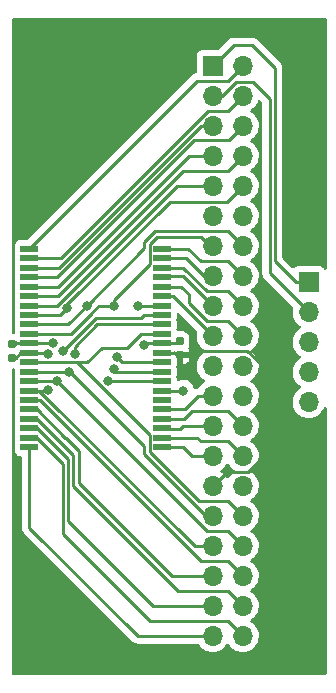
<source format=gbr>
%TF.GenerationSoftware,KiCad,Pcbnew,(6.0.7)*%
%TF.CreationDate,2023-01-29T20:04:43+00:00*%
%TF.ProjectId,DE0_Addon_Board,4445305f-4164-4646-9f6e-5f426f617264,0*%
%TF.SameCoordinates,Original*%
%TF.FileFunction,Copper,L1,Top*%
%TF.FilePolarity,Positive*%
%FSLAX46Y46*%
G04 Gerber Fmt 4.6, Leading zero omitted, Abs format (unit mm)*
G04 Created by KiCad (PCBNEW (6.0.7)) date 2023-01-29 20:04:43*
%MOMM*%
%LPD*%
G01*
G04 APERTURE LIST*
G04 Aperture macros list*
%AMRoundRect*
0 Rectangle with rounded corners*
0 $1 Rounding radius*
0 $2 $3 $4 $5 $6 $7 $8 $9 X,Y pos of 4 corners*
0 Add a 4 corners polygon primitive as box body*
4,1,4,$2,$3,$4,$5,$6,$7,$8,$9,$2,$3,0*
0 Add four circle primitives for the rounded corners*
1,1,$1+$1,$2,$3*
1,1,$1+$1,$4,$5*
1,1,$1+$1,$6,$7*
1,1,$1+$1,$8,$9*
0 Add four rect primitives between the rounded corners*
20,1,$1+$1,$2,$3,$4,$5,0*
20,1,$1+$1,$4,$5,$6,$7,0*
20,1,$1+$1,$6,$7,$8,$9,0*
20,1,$1+$1,$8,$9,$2,$3,0*%
G04 Aperture macros list end*
%TA.AperFunction,ComponentPad*%
%ADD10R,1.700000X1.700000*%
%TD*%
%TA.AperFunction,ComponentPad*%
%ADD11O,1.700000X1.700000*%
%TD*%
%TA.AperFunction,SMDPad,CuDef*%
%ADD12RoundRect,0.155000X-0.155000X0.212500X-0.155000X-0.212500X0.155000X-0.212500X0.155000X0.212500X0*%
%TD*%
%TA.AperFunction,SMDPad,CuDef*%
%ADD13RoundRect,0.038500X-0.686500X-0.236500X0.686500X-0.236500X0.686500X0.236500X-0.686500X0.236500X0*%
%TD*%
%TA.AperFunction,ViaPad*%
%ADD14C,0.800000*%
%TD*%
%TA.AperFunction,Conductor*%
%ADD15C,0.250000*%
%TD*%
G04 APERTURE END LIST*
D10*
%TO.P,J2,1,Pin_1*%
%TO.N,P1*%
X63500000Y-44704000D03*
D11*
%TO.P,J2,2,Pin_2*%
%TO.N,P3*%
X63500000Y-47244000D03*
%TO.P,J2,3,Pin_3*%
%TO.N,P21*%
X63500000Y-49784000D03*
%TO.P,J2,4,Pin_4*%
%TO.N,P22*%
X63500000Y-52324000D03*
%TO.P,J2,5,Pin_5*%
%TO.N,P24*%
X63500000Y-54864000D03*
%TD*%
D12*
%TO.P,C2,1*%
%TO.N,+3.3V*%
X38354000Y-49978500D03*
%TO.P,C2,2*%
%TO.N,GNDREF*%
X38354000Y-51113500D03*
%TD*%
D13*
%TO.P,U1,1,A0*%
%TO.N,A0*%
X39851000Y-41892000D03*
%TO.P,U1,2,A1*%
%TO.N,A1*%
X39851000Y-42692000D03*
%TO.P,U1,3,A2*%
%TO.N,A2*%
X39851000Y-43492000D03*
%TO.P,U1,4,A3*%
%TO.N,A3*%
X39851000Y-44292000D03*
%TO.P,U1,5,A4*%
%TO.N,A4*%
X39851000Y-45092000D03*
%TO.P,U1,6,~{CE}*%
%TO.N,CE_n*%
X39851000Y-45892000D03*
%TO.P,U1,7,I/O0*%
%TO.N,D0*%
X39851000Y-46692000D03*
%TO.P,U1,8,I/O1*%
%TO.N,D1*%
X39851000Y-47492000D03*
%TO.P,U1,9,I/O2*%
%TO.N,D10*%
X39851000Y-48292000D03*
%TO.P,U1,10,I/O3*%
%TO.N,D11*%
X39851000Y-49092000D03*
%TO.P,U1,11,VDD*%
%TO.N,+3.3V*%
X39851000Y-49892000D03*
%TO.P,U1,12,GND*%
%TO.N,GNDREF*%
X39851000Y-50692000D03*
%TO.P,U1,13,I/O4*%
%TO.N,D12*%
X39851000Y-51492000D03*
%TO.P,U1,14,I/O5*%
%TO.N,D13*%
X39851000Y-52292000D03*
%TO.P,U1,15,I/O6*%
%TO.N,D14*%
X39851000Y-53092000D03*
%TO.P,U1,16,I/O7*%
%TO.N,D15*%
X39851000Y-53892000D03*
%TO.P,U1,17,~{WE}*%
%TO.N,WE_n*%
X39851000Y-54692000D03*
%TO.P,U1,18,A5*%
%TO.N,A5*%
X39851000Y-55492000D03*
%TO.P,U1,19,A6*%
%TO.N,A6*%
X39851000Y-56292000D03*
%TO.P,U1,20,A7*%
%TO.N,A7*%
X39851000Y-57092000D03*
%TO.P,U1,21,A8*%
%TO.N,A8*%
X39851000Y-57892000D03*
%TO.P,U1,22,A9*%
%TO.N,A9*%
X39851000Y-58692000D03*
%TO.P,U1,23,A10*%
%TO.N,A10*%
X51081000Y-58692000D03*
%TO.P,U1,24,A11*%
%TO.N,A11*%
X51081000Y-57892000D03*
%TO.P,U1,25,A12*%
%TO.N,A12*%
X51081000Y-57092000D03*
%TO.P,U1,26,A13*%
%TO.N,A13*%
X51081000Y-56292000D03*
%TO.P,U1,27,A14*%
%TO.N,A14*%
X51081000Y-55492000D03*
%TO.P,U1,28,NC*%
%TO.N,unconnected-(U1-Pad28)*%
X51081000Y-54692000D03*
%TO.P,U1,29,I/08*%
%TO.N,D0*%
X51081000Y-53892000D03*
%TO.P,U1,30,I/09*%
%TO.N,D1*%
X51081000Y-53092000D03*
%TO.P,U1,31,I/10*%
%TO.N,D10*%
X51081000Y-52292000D03*
%TO.P,U1,32,I/11*%
%TO.N,D11*%
X51081000Y-51492000D03*
%TO.P,U1,33,VDD*%
%TO.N,+3.3V*%
X51081000Y-50692000D03*
%TO.P,U1,34,GND*%
%TO.N,GNDREF*%
X51081000Y-49892000D03*
%TO.P,U1,35,I/12*%
%TO.N,D12*%
X51081000Y-49092000D03*
%TO.P,U1,36,I/13*%
%TO.N,D13*%
X51081000Y-48292000D03*
%TO.P,U1,37,I/14*%
%TO.N,D14*%
X51081000Y-47492000D03*
%TO.P,U1,38,I/15*%
%TO.N,D15*%
X51081000Y-46692000D03*
%TO.P,U1,39,~{LB}*%
%TO.N,LB_n*%
X51081000Y-45892000D03*
%TO.P,U1,40,~{UB}*%
%TO.N,UB_n*%
X51081000Y-45092000D03*
%TO.P,U1,41,~{OE}*%
%TO.N,OE_n*%
X51081000Y-44292000D03*
%TO.P,U1,42,A15*%
%TO.N,A15*%
X51081000Y-43492000D03*
%TO.P,U1,43,A16*%
%TO.N,A16*%
X51081000Y-42692000D03*
%TO.P,U1,44,A17*%
%TO.N,A17*%
X51081000Y-41892000D03*
%TD*%
D12*
%TO.P,C1,1*%
%TO.N,GNDREF*%
X52578000Y-49722259D03*
%TO.P,C1,2*%
%TO.N,+3.3V*%
X52578000Y-50857259D03*
%TD*%
D10*
%TO.P,J1,1,Pin_1*%
%TO.N,P1*%
X55372000Y-26416000D03*
D11*
%TO.P,J1,2,Pin_2*%
%TO.N,A0*%
X57912000Y-26416000D03*
%TO.P,J1,3,Pin_3*%
%TO.N,P3*%
X55372000Y-28956000D03*
%TO.P,J1,4,Pin_4*%
%TO.N,A1*%
X57912000Y-28956000D03*
%TO.P,J1,5,Pin_5*%
%TO.N,A2*%
X55372000Y-31496000D03*
%TO.P,J1,6,Pin_6*%
%TO.N,A3*%
X57912000Y-31496000D03*
%TO.P,J1,7,Pin_7*%
%TO.N,A4*%
X55372000Y-34036000D03*
%TO.P,J1,8,Pin_8*%
%TO.N,CE_n*%
X57912000Y-34036000D03*
%TO.P,J1,9,Pin_9*%
%TO.N,D0*%
X55372000Y-36576000D03*
%TO.P,J1,10,Pin_10*%
%TO.N,D1*%
X57912000Y-36576000D03*
%TO.P,J1,11,Pin_11*%
%TO.N,unconnected-(J1-Pad11)*%
X55372000Y-39116000D03*
%TO.P,J1,12,Pin_12*%
%TO.N,GNDREF*%
X57912000Y-39116000D03*
%TO.P,J1,13,Pin_13*%
%TO.N,D11*%
X55372000Y-41656000D03*
%TO.P,J1,14,Pin_14*%
%TO.N,D10*%
X57912000Y-41656000D03*
%TO.P,J1,15,Pin_15*%
%TO.N,A16*%
X55372000Y-44196000D03*
%TO.P,J1,16,Pin_16*%
%TO.N,A17*%
X57912000Y-44196000D03*
%TO.P,J1,17,Pin_17*%
%TO.N,OE_n*%
X55372000Y-46736000D03*
%TO.P,J1,18,Pin_18*%
%TO.N,A15*%
X57912000Y-46736000D03*
%TO.P,J1,19,Pin_19*%
%TO.N,LB_n*%
X55372000Y-49276000D03*
%TO.P,J1,20,Pin_20*%
%TO.N,UB_n*%
X57912000Y-49276000D03*
%TO.P,J1,21,Pin_21*%
%TO.N,P21*%
X55372000Y-51816000D03*
%TO.P,J1,22,Pin_22*%
%TO.N,P22*%
X57912000Y-51816000D03*
%TO.P,J1,23,Pin_23*%
%TO.N,A14*%
X55372000Y-54356000D03*
%TO.P,J1,24,Pin_24*%
%TO.N,P24*%
X57912000Y-54356000D03*
%TO.P,J1,25,Pin_25*%
%TO.N,A12*%
X55372000Y-56896000D03*
%TO.P,J1,26,Pin_26*%
%TO.N,A13*%
X57912000Y-56896000D03*
%TO.P,J1,27,Pin_27*%
%TO.N,A10*%
X55372000Y-59436000D03*
%TO.P,J1,28,Pin_28*%
%TO.N,A11*%
X57912000Y-59436000D03*
%TO.P,J1,29,Pin_29*%
%TO.N,+3.3V*%
X55372000Y-61976000D03*
%TO.P,J1,30,Pin_30*%
%TO.N,GNDREF*%
X57912000Y-61976000D03*
%TO.P,J1,31,Pin_31*%
%TO.N,D13*%
X55372000Y-64516000D03*
%TO.P,J1,32,Pin_32*%
%TO.N,D12*%
X57912000Y-64516000D03*
%TO.P,J1,33,Pin_33*%
%TO.N,D15*%
X55372000Y-67056000D03*
%TO.P,J1,34,Pin_34*%
%TO.N,D14*%
X57912000Y-67056000D03*
%TO.P,J1,35,Pin_35*%
%TO.N,A5*%
X55372000Y-69596000D03*
%TO.P,J1,36,Pin_36*%
%TO.N,WE_n*%
X57912000Y-69596000D03*
%TO.P,J1,37,Pin_37*%
%TO.N,A7*%
X55372000Y-72136000D03*
%TO.P,J1,38,Pin_38*%
%TO.N,A6*%
X57912000Y-72136000D03*
%TO.P,J1,39,Pin_39*%
%TO.N,A9*%
X55372000Y-74676000D03*
%TO.P,J1,40,Pin_40*%
%TO.N,A8*%
X57912000Y-74676000D03*
%TD*%
D14*
%TO.N,+3.3V*%
X39624000Y-38862000D03*
%TO.N,GNDREF*%
X41402000Y-50767500D03*
X49530000Y-50038000D03*
%TO.N,D0*%
X52879208Y-53890529D03*
%TO.N,D1*%
X46482000Y-53086000D03*
X43059714Y-46864885D03*
%TO.N,D10*%
X44699915Y-46731486D03*
X46990000Y-52070000D03*
%TO.N,+3.3V*%
X41836783Y-49857217D03*
X53848000Y-50546000D03*
%TO.N,D11*%
X46990000Y-46736000D03*
X47244000Y-51054000D03*
%TO.N,D13*%
X43685359Y-50767500D03*
X43180000Y-52324000D03*
%TO.N,D14*%
X42672000Y-50546000D03*
X42164000Y-53086000D03*
%TO.N,D15*%
X41402000Y-53848000D03*
X49022000Y-46736000D03*
%TD*%
D15*
%TO.N,P1*%
X57150000Y-24638000D02*
X55372000Y-26416000D01*
X58674000Y-24638000D02*
X57150000Y-24638000D01*
X60648000Y-42952000D02*
X60648000Y-26612000D01*
X62400000Y-44704000D02*
X60648000Y-42952000D01*
X60648000Y-26612000D02*
X58674000Y-24638000D01*
X63500000Y-44704000D02*
X62400000Y-44704000D01*
%TO.N,P3*%
X60198000Y-43942000D02*
X63500000Y-47244000D01*
X60198000Y-29210000D02*
X60198000Y-43942000D01*
X58769000Y-27781000D02*
X60198000Y-29210000D01*
X57309000Y-27781000D02*
X58769000Y-27781000D01*
X56134000Y-28956000D02*
X57309000Y-27781000D01*
X55372000Y-28956000D02*
X56134000Y-28956000D01*
%TO.N,A0*%
X56668778Y-27659222D02*
X57912000Y-26416000D01*
%TO.N,LB_n*%
X51988000Y-45892000D02*
X51081000Y-45892000D01*
X55372000Y-49276000D02*
X51988000Y-45892000D01*
%TO.N,UB_n*%
X56637722Y-48001722D02*
X54859722Y-48001722D01*
X53340000Y-45720000D02*
X52712000Y-45092000D01*
X54859722Y-48001722D02*
X53340000Y-46482000D01*
X52712000Y-45092000D02*
X51081000Y-45092000D01*
X53340000Y-46482000D02*
X53340000Y-45720000D01*
X57912000Y-49276000D02*
X56637722Y-48001722D01*
%TO.N,A17*%
X56642000Y-42926000D02*
X57912000Y-44196000D01*
X53322000Y-41892000D02*
X54356000Y-42926000D01*
X51081000Y-41892000D02*
X53322000Y-41892000D01*
X54356000Y-42926000D02*
X56642000Y-42926000D01*
%TO.N,A16*%
X55372000Y-44196000D02*
X54610000Y-44196000D01*
X51101000Y-42672000D02*
X51081000Y-42692000D01*
X53086000Y-42672000D02*
X51101000Y-42672000D01*
X54610000Y-44196000D02*
X53086000Y-42672000D01*
%TO.N,A15*%
X54864000Y-45466000D02*
X56642000Y-45466000D01*
X51081000Y-43492000D02*
X52890000Y-43492000D01*
X56642000Y-45466000D02*
X57912000Y-46736000D01*
X52890000Y-43492000D02*
X54864000Y-45466000D01*
%TO.N,GNDREF*%
X51081000Y-49892000D02*
X52408259Y-49892000D01*
X49676000Y-49892000D02*
X49530000Y-50038000D01*
X41326500Y-50692000D02*
X39851000Y-50692000D01*
X39851000Y-50692000D02*
X39100500Y-50692000D01*
X51081000Y-49892000D02*
X49676000Y-49892000D01*
X38679000Y-51113500D02*
X38354000Y-51113500D01*
X39100500Y-50692000D02*
X38679000Y-51113500D01*
X41402000Y-50767500D02*
X41326500Y-50692000D01*
%TO.N,WE_n*%
X40722000Y-54692000D02*
X39851000Y-54692000D01*
X57912000Y-69596000D02*
X56642000Y-68326000D01*
X56642000Y-68326000D02*
X54356000Y-68326000D01*
X54356000Y-68326000D02*
X40722000Y-54692000D01*
%TO.N,A8*%
X56642000Y-73406000D02*
X57912000Y-74676000D01*
X40488067Y-57892000D02*
X42672000Y-60075933D01*
X42672000Y-60075933D02*
X42672000Y-66040000D01*
X50038000Y-73406000D02*
X56642000Y-73406000D01*
X39851000Y-57892000D02*
X40488067Y-57892000D01*
X42672000Y-66040000D02*
X50038000Y-73406000D01*
%TO.N,A9*%
X49022000Y-74676000D02*
X55372000Y-74676000D01*
X39851000Y-58692000D02*
X39851000Y-65505000D01*
X39851000Y-65505000D02*
X49022000Y-74676000D01*
%TO.N,A6*%
X39851000Y-56292000D02*
X40488067Y-56292000D01*
X43572000Y-61976000D02*
X52462000Y-70866000D01*
X40488067Y-56292000D02*
X43572000Y-59375933D01*
X56642000Y-70866000D02*
X57912000Y-72136000D01*
X52462000Y-70866000D02*
X56642000Y-70866000D01*
X43572000Y-59375933D02*
X43572000Y-61976000D01*
%TO.N,A11*%
X57912000Y-59436000D02*
X56642000Y-58166000D01*
X56642000Y-58166000D02*
X54356000Y-58166000D01*
X54082000Y-57892000D02*
X51081000Y-57892000D01*
X54356000Y-58166000D02*
X54082000Y-57892000D01*
%TO.N,A10*%
X55372000Y-59436000D02*
X53594000Y-59436000D01*
X53594000Y-59436000D02*
X52850000Y-58692000D01*
X52850000Y-58692000D02*
X51081000Y-58692000D01*
%TO.N,OE_n*%
X52832000Y-44196000D02*
X51177000Y-44196000D01*
X55372000Y-46736000D02*
X52832000Y-44196000D01*
X51177000Y-44196000D02*
X51081000Y-44292000D01*
%TO.N,A7*%
X43122000Y-59725933D02*
X43122000Y-64966000D01*
X40488067Y-57092000D02*
X43122000Y-59725933D01*
X50292000Y-72136000D02*
X55372000Y-72136000D01*
X39851000Y-57092000D02*
X40488067Y-57092000D01*
X43122000Y-64966000D02*
X50292000Y-72136000D01*
%TO.N,CE_n*%
X42246000Y-45892000D02*
X52832000Y-35306000D01*
X52832000Y-35306000D02*
X56642000Y-35306000D01*
X56642000Y-35306000D02*
X57912000Y-34036000D01*
X39851000Y-45892000D02*
X42246000Y-45892000D01*
%TO.N,A12*%
X51139000Y-57150000D02*
X51081000Y-57092000D01*
X55372000Y-56896000D02*
X52832000Y-56896000D01*
X52832000Y-56896000D02*
X52578000Y-57150000D01*
X52578000Y-57150000D02*
X51139000Y-57150000D01*
%TO.N,A13*%
X52928000Y-56292000D02*
X51081000Y-56292000D01*
X53594000Y-55626000D02*
X52928000Y-56292000D01*
X56642000Y-55626000D02*
X53594000Y-55626000D01*
X57912000Y-56896000D02*
X56642000Y-55626000D01*
%TO.N,D0*%
X51081000Y-53892000D02*
X52877737Y-53892000D01*
X39851000Y-46692000D02*
X42208000Y-46692000D01*
X52877737Y-53892000D02*
X52879208Y-53890529D01*
X52324000Y-36576000D02*
X55372000Y-36576000D01*
X42208000Y-46692000D02*
X52324000Y-36576000D01*
%TO.N,A14*%
X51081000Y-55492000D02*
X51122975Y-55450025D01*
X53007975Y-55450025D02*
X54102000Y-54356000D01*
X51122975Y-55450025D02*
X53007975Y-55450025D01*
X54102000Y-54356000D02*
X55372000Y-54356000D01*
%TO.N,D1*%
X39851000Y-47492000D02*
X42432599Y-47492000D01*
X43059714Y-46864885D02*
X43059714Y-46602286D01*
X46488000Y-53092000D02*
X51081000Y-53092000D01*
X46482000Y-53086000D02*
X46488000Y-53092000D01*
X56576406Y-37911594D02*
X57912000Y-36576000D01*
X43059714Y-46602286D02*
X51750406Y-37911594D01*
X42432599Y-47492000D02*
X43059714Y-46864885D01*
X51750406Y-37911594D02*
X56576406Y-37911594D01*
%TO.N,A0*%
X39851000Y-41892000D02*
X54083778Y-27659222D01*
X54083778Y-27659222D02*
X56668778Y-27659222D01*
%TO.N,D10*%
X44699915Y-46731486D02*
X44708514Y-46731486D01*
X43139401Y-48292000D02*
X39851000Y-48292000D01*
X44708514Y-46731486D02*
X49581000Y-41859000D01*
X49581000Y-41859000D02*
X49581000Y-41318537D01*
X50513537Y-40386000D02*
X56642000Y-40386000D01*
X56642000Y-40386000D02*
X57912000Y-41656000D01*
X44699915Y-46731486D02*
X43139401Y-48292000D01*
X46990000Y-52070000D02*
X47212000Y-52292000D01*
X47212000Y-52292000D02*
X51081000Y-52292000D01*
X49581000Y-41318537D02*
X50513537Y-40386000D01*
%TO.N,+3.3V*%
X39851000Y-49892000D02*
X41802000Y-49892000D01*
X39851000Y-49892000D02*
X38440500Y-49892000D01*
X52412741Y-50692000D02*
X52578000Y-50857259D01*
X53848000Y-50546000D02*
X53594000Y-50800000D01*
X59436000Y-59690000D02*
X58325000Y-60801000D01*
X51081000Y-50692000D02*
X52412741Y-50692000D01*
X58303701Y-50546000D02*
X59436000Y-51678299D01*
X56547000Y-60801000D02*
X55372000Y-61976000D01*
X38440500Y-49892000D02*
X38354000Y-49978500D01*
X41802000Y-49892000D02*
X41836783Y-49857217D01*
X52635259Y-50800000D02*
X52578000Y-50857259D01*
X53594000Y-50800000D02*
X52635259Y-50800000D01*
X59436000Y-51678299D02*
X59436000Y-59690000D01*
X53848000Y-50546000D02*
X58303701Y-50546000D01*
X58325000Y-60801000D02*
X56547000Y-60801000D01*
%TO.N,A1*%
X39851000Y-42692000D02*
X42514299Y-42692000D01*
X42514299Y-42692000D02*
X54980299Y-30226000D01*
X54980299Y-30226000D02*
X56642000Y-30226000D01*
X56642000Y-30226000D02*
X57912000Y-28956000D01*
%TO.N,D11*%
X50031000Y-41504933D02*
X50641933Y-40894000D01*
X50641933Y-40894000D02*
X54356000Y-40894000D01*
X46990000Y-46736000D02*
X45720000Y-46736000D01*
X46990000Y-46228000D02*
X50031000Y-43187000D01*
X47682000Y-51492000D02*
X51081000Y-51492000D01*
X47244000Y-51054000D02*
X47682000Y-51492000D01*
X44750305Y-47715000D02*
X44741000Y-47715000D01*
X45175000Y-47281000D02*
X45175000Y-47290305D01*
X50031000Y-43187000D02*
X50031000Y-41504933D01*
X45175000Y-47290305D02*
X44750305Y-47715000D01*
X54356000Y-40894000D02*
X55118000Y-41656000D01*
X43364000Y-49092000D02*
X39851000Y-49092000D01*
X55118000Y-41656000D02*
X55372000Y-41656000D01*
X44741000Y-47715000D02*
X43364000Y-49092000D01*
X45720000Y-46736000D02*
X45175000Y-47281000D01*
X46990000Y-46736000D02*
X46990000Y-46228000D01*
%TO.N,A2*%
X42360000Y-43492000D02*
X54356000Y-31496000D01*
X54356000Y-31496000D02*
X55372000Y-31496000D01*
X39851000Y-43492000D02*
X42360000Y-43492000D01*
%TO.N,D12*%
X50031000Y-57660305D02*
X50031000Y-59079067D01*
X54197933Y-63246000D02*
X56642000Y-63246000D01*
X43110000Y-51492000D02*
X43862695Y-51492000D01*
X50031000Y-59079067D02*
X54197933Y-63246000D01*
X56642000Y-63246000D02*
X57912000Y-64516000D01*
X51081000Y-49092000D02*
X49346000Y-49092000D01*
X39851000Y-51492000D02*
X43110000Y-51492000D01*
X49346000Y-49092000D02*
X48146000Y-50292000D01*
X45974000Y-50292000D02*
X44774000Y-51492000D01*
X48146000Y-50292000D02*
X45974000Y-50292000D01*
X43862695Y-51492000D02*
X50031000Y-57660305D01*
X44774000Y-51492000D02*
X43110000Y-51492000D01*
%TO.N,A3*%
X53817396Y-32671000D02*
X56737000Y-32671000D01*
X56737000Y-32671000D02*
X57912000Y-31496000D01*
X39851000Y-44292000D02*
X42196396Y-44292000D01*
X42196396Y-44292000D02*
X53817396Y-32671000D01*
%TO.N,D13*%
X54831537Y-64516000D02*
X55372000Y-64516000D01*
X49581000Y-59265463D02*
X54831537Y-64516000D01*
X43273604Y-52292000D02*
X49581000Y-58599396D01*
X39851000Y-52292000D02*
X43273604Y-52292000D01*
X45562396Y-48292000D02*
X51081000Y-48292000D01*
X43685359Y-50169037D02*
X45562396Y-48292000D01*
X49581000Y-58599396D02*
X49581000Y-59265463D01*
X43685359Y-50767500D02*
X43685359Y-50169037D01*
%TO.N,A4*%
X42284000Y-45092000D02*
X53340000Y-34036000D01*
X39851000Y-45092000D02*
X42284000Y-45092000D01*
X53340000Y-34036000D02*
X55372000Y-34036000D01*
%TO.N,D14*%
X49276000Y-47752000D02*
X49536000Y-47492000D01*
X57912000Y-67056000D02*
X56642000Y-65786000D01*
X49536000Y-47492000D02*
X51081000Y-47492000D01*
X39857000Y-53086000D02*
X39851000Y-53092000D01*
X42672000Y-50546000D02*
X45466000Y-47752000D01*
X56642000Y-65786000D02*
X54864000Y-65786000D01*
X42164000Y-53086000D02*
X39857000Y-53086000D01*
X54864000Y-65786000D02*
X42164000Y-53086000D01*
X45466000Y-47752000D02*
X49276000Y-47752000D01*
%TO.N,A5*%
X42908067Y-57912000D02*
X42926000Y-57912000D01*
X44022000Y-59008000D02*
X44022000Y-61722000D01*
X39851000Y-55492000D02*
X40488067Y-55492000D01*
X40488067Y-55492000D02*
X42908067Y-57912000D01*
X51896000Y-69596000D02*
X55372000Y-69596000D01*
X42926000Y-57912000D02*
X44022000Y-59008000D01*
X44022000Y-61722000D02*
X51896000Y-69596000D01*
%TO.N,D15*%
X39851000Y-53892000D02*
X40684000Y-53892000D01*
X41358000Y-53892000D02*
X41402000Y-53848000D01*
X40684000Y-53892000D02*
X41358000Y-53892000D01*
X40684000Y-53892000D02*
X53848000Y-67056000D01*
X50443933Y-46692000D02*
X51081000Y-46692000D01*
X53848000Y-67056000D02*
X55372000Y-67056000D01*
X50399933Y-46736000D02*
X50443933Y-46692000D01*
X49022000Y-46736000D02*
X50399933Y-46736000D01*
%TD*%
%TA.AperFunction,Conductor*%
%TO.N,+3.3V*%
G36*
X59378651Y-29297213D02*
G01*
X59414333Y-29322237D01*
X59527595Y-29435499D01*
X59561621Y-29497811D01*
X59564500Y-29524594D01*
X59564500Y-43863233D01*
X59563973Y-43874416D01*
X59562298Y-43881909D01*
X59562547Y-43889835D01*
X59562547Y-43889836D01*
X59564438Y-43949986D01*
X59564500Y-43953945D01*
X59564500Y-43981856D01*
X59564997Y-43985790D01*
X59564997Y-43985791D01*
X59565005Y-43985856D01*
X59565938Y-43997693D01*
X59567327Y-44041889D01*
X59572978Y-44061339D01*
X59576987Y-44080700D01*
X59579526Y-44100797D01*
X59582445Y-44108168D01*
X59582445Y-44108170D01*
X59595804Y-44141912D01*
X59599649Y-44153142D01*
X59611982Y-44195593D01*
X59616015Y-44202412D01*
X59616017Y-44202417D01*
X59622293Y-44213028D01*
X59630988Y-44230776D01*
X59638448Y-44249617D01*
X59643110Y-44256033D01*
X59643110Y-44256034D01*
X59664436Y-44285387D01*
X59670952Y-44295307D01*
X59693458Y-44333362D01*
X59707779Y-44347683D01*
X59720619Y-44362716D01*
X59732528Y-44379107D01*
X59738634Y-44384158D01*
X59766605Y-44407298D01*
X59775384Y-44415288D01*
X62149778Y-46789682D01*
X62183804Y-46851994D01*
X62182100Y-46912448D01*
X62160989Y-46988570D01*
X62160441Y-46993700D01*
X62160440Y-46993704D01*
X62153250Y-47060989D01*
X62137251Y-47210695D01*
X62137548Y-47215848D01*
X62137548Y-47215851D01*
X62143011Y-47310590D01*
X62150110Y-47433715D01*
X62151247Y-47438761D01*
X62151248Y-47438767D01*
X62172275Y-47532069D01*
X62199222Y-47651639D01*
X62283266Y-47858616D01*
X62285965Y-47863020D01*
X62373077Y-48005174D01*
X62399987Y-48049088D01*
X62546250Y-48217938D01*
X62718126Y-48360632D01*
X62788595Y-48401811D01*
X62791445Y-48403476D01*
X62840169Y-48455114D01*
X62853240Y-48524897D01*
X62826509Y-48590669D01*
X62786055Y-48624027D01*
X62773607Y-48630507D01*
X62769474Y-48633610D01*
X62769471Y-48633612D01*
X62633905Y-48735398D01*
X62594965Y-48764635D01*
X62440629Y-48926138D01*
X62314743Y-49110680D01*
X62300857Y-49140595D01*
X62251071Y-49247851D01*
X62220688Y-49313305D01*
X62160989Y-49528570D01*
X62137251Y-49750695D01*
X62137548Y-49755848D01*
X62137548Y-49755851D01*
X62145785Y-49898706D01*
X62150110Y-49973715D01*
X62151247Y-49978761D01*
X62151248Y-49978767D01*
X62174308Y-50081088D01*
X62199222Y-50191639D01*
X62283266Y-50398616D01*
X62285965Y-50403020D01*
X62394314Y-50579830D01*
X62399987Y-50589088D01*
X62546250Y-50757938D01*
X62718126Y-50900632D01*
X62760683Y-50925500D01*
X62791445Y-50943476D01*
X62840169Y-50995114D01*
X62853240Y-51064897D01*
X62826509Y-51130669D01*
X62786055Y-51164027D01*
X62773607Y-51170507D01*
X62769474Y-51173610D01*
X62769471Y-51173612D01*
X62599100Y-51301530D01*
X62594965Y-51304635D01*
X62440629Y-51466138D01*
X62314743Y-51650680D01*
X62287014Y-51710417D01*
X62251071Y-51787851D01*
X62220688Y-51853305D01*
X62160989Y-52068570D01*
X62137251Y-52290695D01*
X62137548Y-52295848D01*
X62137548Y-52295851D01*
X62146322Y-52448017D01*
X62150110Y-52513715D01*
X62151247Y-52518761D01*
X62151248Y-52518767D01*
X62174308Y-52621088D01*
X62199222Y-52731639D01*
X62283266Y-52938616D01*
X62310710Y-52983401D01*
X62380156Y-53096726D01*
X62399987Y-53129088D01*
X62546250Y-53297938D01*
X62718126Y-53440632D01*
X62752963Y-53460989D01*
X62791445Y-53483476D01*
X62840169Y-53535114D01*
X62853240Y-53604897D01*
X62826509Y-53670669D01*
X62786055Y-53704027D01*
X62773607Y-53710507D01*
X62769474Y-53713610D01*
X62769471Y-53713612D01*
X62599100Y-53841530D01*
X62594965Y-53844635D01*
X62440629Y-54006138D01*
X62314743Y-54190680D01*
X62220688Y-54393305D01*
X62160989Y-54608570D01*
X62137251Y-54830695D01*
X62137548Y-54835848D01*
X62137548Y-54835851D01*
X62138529Y-54852857D01*
X62150110Y-55053715D01*
X62151247Y-55058761D01*
X62151248Y-55058767D01*
X62158738Y-55092000D01*
X62199222Y-55271639D01*
X62283266Y-55478616D01*
X62285965Y-55483020D01*
X62373077Y-55625174D01*
X62399987Y-55669088D01*
X62546250Y-55837938D01*
X62718126Y-55980632D01*
X62911000Y-56093338D01*
X63119692Y-56173030D01*
X63124760Y-56174061D01*
X63124763Y-56174062D01*
X63232017Y-56195883D01*
X63338597Y-56217567D01*
X63343772Y-56217757D01*
X63343774Y-56217757D01*
X63556673Y-56225564D01*
X63556677Y-56225564D01*
X63561837Y-56225753D01*
X63566957Y-56225097D01*
X63566959Y-56225097D01*
X63778288Y-56198025D01*
X63778289Y-56198025D01*
X63783416Y-56197368D01*
X63788366Y-56195883D01*
X63992429Y-56134661D01*
X63992434Y-56134659D01*
X63997384Y-56133174D01*
X64197994Y-56034896D01*
X64379860Y-55905173D01*
X64386004Y-55899051D01*
X64461209Y-55824107D01*
X64538096Y-55747489D01*
X64545061Y-55737797D01*
X64665435Y-55570277D01*
X64668453Y-55566077D01*
X64675650Y-55551516D01*
X64765136Y-55370453D01*
X64765137Y-55370451D01*
X64767430Y-55365811D01*
X64776943Y-55334502D01*
X64815882Y-55275140D01*
X64880736Y-55246252D01*
X64950913Y-55257013D01*
X65004131Y-55304006D01*
X65023500Y-55371132D01*
X65023500Y-77851500D01*
X65003498Y-77919621D01*
X64949842Y-77966114D01*
X64897500Y-77977500D01*
X38480500Y-77977500D01*
X38412379Y-77957498D01*
X38365886Y-77903842D01*
X38354500Y-77851500D01*
X38354500Y-52115500D01*
X38374502Y-52047379D01*
X38428158Y-52000886D01*
X38480500Y-51989500D01*
X38491500Y-51989500D01*
X38559621Y-52009502D01*
X38606114Y-52063158D01*
X38617500Y-52115500D01*
X38617500Y-52571000D01*
X38628295Y-52660205D01*
X38629562Y-52663405D01*
X38629562Y-52720595D01*
X38628295Y-52723795D01*
X38617500Y-52813000D01*
X38617500Y-53371000D01*
X38628295Y-53460205D01*
X38629562Y-53463405D01*
X38629562Y-53520595D01*
X38628295Y-53523795D01*
X38617500Y-53613000D01*
X38617500Y-54171000D01*
X38628295Y-54260205D01*
X38629562Y-54263405D01*
X38629562Y-54320595D01*
X38628295Y-54323795D01*
X38617500Y-54413000D01*
X38617500Y-54971000D01*
X38628295Y-55060205D01*
X38629562Y-55063405D01*
X38629562Y-55120595D01*
X38628295Y-55123795D01*
X38617500Y-55213000D01*
X38617500Y-55771000D01*
X38628295Y-55860205D01*
X38629562Y-55863405D01*
X38629562Y-55920595D01*
X38628295Y-55923795D01*
X38617500Y-56013000D01*
X38617500Y-56571000D01*
X38628295Y-56660205D01*
X38629562Y-56663405D01*
X38629562Y-56720595D01*
X38628295Y-56723795D01*
X38617500Y-56813000D01*
X38617500Y-57371000D01*
X38628295Y-57460205D01*
X38629562Y-57463405D01*
X38629562Y-57520595D01*
X38628295Y-57523795D01*
X38617500Y-57613000D01*
X38617500Y-58171000D01*
X38628295Y-58260205D01*
X38629562Y-58263405D01*
X38629562Y-58320595D01*
X38628295Y-58323795D01*
X38617500Y-58413000D01*
X38617500Y-58971000D01*
X38628295Y-59060205D01*
X38683465Y-59199549D01*
X38774076Y-59318924D01*
X38893451Y-59409535D01*
X39032795Y-59464705D01*
X39040833Y-59465678D01*
X39040834Y-59465678D01*
X39106637Y-59473641D01*
X39171862Y-59501682D01*
X39211572Y-59560534D01*
X39217500Y-59598728D01*
X39217500Y-65426233D01*
X39216973Y-65437416D01*
X39215298Y-65444909D01*
X39215547Y-65452835D01*
X39215547Y-65452836D01*
X39217438Y-65512986D01*
X39217500Y-65516945D01*
X39217500Y-65544856D01*
X39217997Y-65548790D01*
X39217997Y-65548791D01*
X39218005Y-65548856D01*
X39218938Y-65560693D01*
X39220327Y-65604889D01*
X39225978Y-65624339D01*
X39229987Y-65643700D01*
X39232526Y-65663797D01*
X39235445Y-65671168D01*
X39235445Y-65671170D01*
X39248804Y-65704912D01*
X39252649Y-65716142D01*
X39264982Y-65758593D01*
X39269015Y-65765412D01*
X39269017Y-65765417D01*
X39275293Y-65776028D01*
X39283988Y-65793776D01*
X39291448Y-65812617D01*
X39296110Y-65819033D01*
X39296110Y-65819034D01*
X39317436Y-65848387D01*
X39323952Y-65858307D01*
X39346458Y-65896362D01*
X39360779Y-65910683D01*
X39373619Y-65925716D01*
X39385528Y-65942107D01*
X39391634Y-65947158D01*
X39419605Y-65970298D01*
X39428384Y-65978288D01*
X48518343Y-75068247D01*
X48525887Y-75076537D01*
X48530000Y-75083018D01*
X48535777Y-75088443D01*
X48579667Y-75129658D01*
X48582509Y-75132413D01*
X48602231Y-75152135D01*
X48605355Y-75154558D01*
X48605359Y-75154562D01*
X48605424Y-75154612D01*
X48614445Y-75162317D01*
X48646679Y-75192586D01*
X48653627Y-75196405D01*
X48653629Y-75196407D01*
X48664432Y-75202346D01*
X48680959Y-75213202D01*
X48690698Y-75220757D01*
X48690700Y-75220758D01*
X48696960Y-75225614D01*
X48737540Y-75243174D01*
X48748188Y-75248391D01*
X48786940Y-75269695D01*
X48794616Y-75271666D01*
X48794619Y-75271667D01*
X48806562Y-75274733D01*
X48825267Y-75281137D01*
X48843855Y-75289181D01*
X48851678Y-75290420D01*
X48851688Y-75290423D01*
X48887524Y-75296099D01*
X48899144Y-75298505D01*
X48934289Y-75307528D01*
X48941970Y-75309500D01*
X48962224Y-75309500D01*
X48981934Y-75311051D01*
X49001943Y-75314220D01*
X49009835Y-75313474D01*
X49045961Y-75310059D01*
X49057819Y-75309500D01*
X54096274Y-75309500D01*
X54164395Y-75329502D01*
X54203707Y-75369665D01*
X54271987Y-75481088D01*
X54418250Y-75649938D01*
X54590126Y-75792632D01*
X54783000Y-75905338D01*
X54991692Y-75985030D01*
X54996760Y-75986061D01*
X54996763Y-75986062D01*
X55104017Y-76007883D01*
X55210597Y-76029567D01*
X55215772Y-76029757D01*
X55215774Y-76029757D01*
X55428673Y-76037564D01*
X55428677Y-76037564D01*
X55433837Y-76037753D01*
X55438957Y-76037097D01*
X55438959Y-76037097D01*
X55650288Y-76010025D01*
X55650289Y-76010025D01*
X55655416Y-76009368D01*
X55660366Y-76007883D01*
X55864429Y-75946661D01*
X55864434Y-75946659D01*
X55869384Y-75945174D01*
X56069994Y-75846896D01*
X56251860Y-75717173D01*
X56410096Y-75559489D01*
X56540453Y-75378077D01*
X56541776Y-75379028D01*
X56588645Y-75335857D01*
X56658580Y-75323625D01*
X56724026Y-75351144D01*
X56751875Y-75382994D01*
X56811987Y-75481088D01*
X56958250Y-75649938D01*
X57130126Y-75792632D01*
X57323000Y-75905338D01*
X57531692Y-75985030D01*
X57536760Y-75986061D01*
X57536763Y-75986062D01*
X57644017Y-76007883D01*
X57750597Y-76029567D01*
X57755772Y-76029757D01*
X57755774Y-76029757D01*
X57968673Y-76037564D01*
X57968677Y-76037564D01*
X57973837Y-76037753D01*
X57978957Y-76037097D01*
X57978959Y-76037097D01*
X58190288Y-76010025D01*
X58190289Y-76010025D01*
X58195416Y-76009368D01*
X58200366Y-76007883D01*
X58404429Y-75946661D01*
X58404434Y-75946659D01*
X58409384Y-75945174D01*
X58609994Y-75846896D01*
X58791860Y-75717173D01*
X58950096Y-75559489D01*
X59080453Y-75378077D01*
X59084611Y-75369665D01*
X59177136Y-75182453D01*
X59177137Y-75182451D01*
X59179430Y-75177811D01*
X59244370Y-74964069D01*
X59273529Y-74742590D01*
X59275156Y-74676000D01*
X59256852Y-74453361D01*
X59202431Y-74236702D01*
X59113354Y-74031840D01*
X59052078Y-73937121D01*
X58994822Y-73848617D01*
X58994820Y-73848614D01*
X58992014Y-73844277D01*
X58841670Y-73679051D01*
X58837619Y-73675852D01*
X58837615Y-73675848D01*
X58670414Y-73543800D01*
X58670410Y-73543798D01*
X58666359Y-73540598D01*
X58625053Y-73517796D01*
X58575084Y-73467364D01*
X58560312Y-73397921D01*
X58585428Y-73331516D01*
X58612780Y-73304909D01*
X58656603Y-73273650D01*
X58791860Y-73177173D01*
X58950096Y-73019489D01*
X59080453Y-72838077D01*
X59113302Y-72771613D01*
X59177136Y-72642453D01*
X59177137Y-72642451D01*
X59179430Y-72637811D01*
X59244370Y-72424069D01*
X59273529Y-72202590D01*
X59275156Y-72136000D01*
X59256852Y-71913361D01*
X59202431Y-71696702D01*
X59113354Y-71491840D01*
X59052078Y-71397122D01*
X58994822Y-71308617D01*
X58994820Y-71308614D01*
X58992014Y-71304277D01*
X58841670Y-71139051D01*
X58837619Y-71135852D01*
X58837615Y-71135848D01*
X58670414Y-71003800D01*
X58670410Y-71003798D01*
X58666359Y-71000598D01*
X58625053Y-70977796D01*
X58575084Y-70927364D01*
X58560312Y-70857921D01*
X58585428Y-70791516D01*
X58612780Y-70764909D01*
X58656603Y-70733650D01*
X58791860Y-70637173D01*
X58950096Y-70479489D01*
X59080453Y-70298077D01*
X59179430Y-70097811D01*
X59244370Y-69884069D01*
X59273529Y-69662590D01*
X59275156Y-69596000D01*
X59256852Y-69373361D01*
X59202431Y-69156702D01*
X59113354Y-68951840D01*
X59052078Y-68857121D01*
X58994822Y-68768617D01*
X58994820Y-68768614D01*
X58992014Y-68764277D01*
X58841670Y-68599051D01*
X58837619Y-68595852D01*
X58837615Y-68595848D01*
X58670414Y-68463800D01*
X58670410Y-68463798D01*
X58666359Y-68460598D01*
X58625053Y-68437796D01*
X58575084Y-68387364D01*
X58560312Y-68317921D01*
X58585428Y-68251516D01*
X58612780Y-68224909D01*
X58656603Y-68193650D01*
X58791860Y-68097173D01*
X58950096Y-67939489D01*
X59080453Y-67758077D01*
X59179430Y-67557811D01*
X59244370Y-67344069D01*
X59273529Y-67122590D01*
X59275156Y-67056000D01*
X59256852Y-66833361D01*
X59202431Y-66616702D01*
X59113354Y-66411840D01*
X59036857Y-66293593D01*
X58994822Y-66228617D01*
X58994820Y-66228614D01*
X58992014Y-66224277D01*
X58841670Y-66059051D01*
X58837619Y-66055852D01*
X58837615Y-66055848D01*
X58670414Y-65923800D01*
X58670410Y-65923798D01*
X58666359Y-65920598D01*
X58625053Y-65897796D01*
X58575084Y-65847364D01*
X58560312Y-65777921D01*
X58585428Y-65711516D01*
X58612780Y-65684909D01*
X58736066Y-65596970D01*
X58791860Y-65557173D01*
X58800272Y-65548791D01*
X58946435Y-65403137D01*
X58950096Y-65399489D01*
X59080453Y-65218077D01*
X59094130Y-65190405D01*
X59177136Y-65022453D01*
X59177137Y-65022451D01*
X59179430Y-65017811D01*
X59244370Y-64804069D01*
X59273529Y-64582590D01*
X59275156Y-64516000D01*
X59256852Y-64293361D01*
X59202431Y-64076702D01*
X59113354Y-63871840D01*
X58992014Y-63684277D01*
X58841670Y-63519051D01*
X58837619Y-63515852D01*
X58837615Y-63515848D01*
X58670414Y-63383800D01*
X58670410Y-63383798D01*
X58666359Y-63380598D01*
X58625053Y-63357796D01*
X58575084Y-63307364D01*
X58560312Y-63237921D01*
X58585428Y-63171516D01*
X58612780Y-63144909D01*
X58656603Y-63113650D01*
X58791860Y-63017173D01*
X58950096Y-62859489D01*
X59080453Y-62678077D01*
X59179430Y-62477811D01*
X59244370Y-62264069D01*
X59273529Y-62042590D01*
X59275156Y-61976000D01*
X59256852Y-61753361D01*
X59202431Y-61536702D01*
X59113354Y-61331840D01*
X58992014Y-61144277D01*
X58841670Y-60979051D01*
X58837619Y-60975852D01*
X58837615Y-60975848D01*
X58670414Y-60843800D01*
X58670410Y-60843798D01*
X58666359Y-60840598D01*
X58625053Y-60817796D01*
X58575084Y-60767364D01*
X58560312Y-60697921D01*
X58585428Y-60631516D01*
X58612780Y-60604909D01*
X58656603Y-60573650D01*
X58791860Y-60477173D01*
X58950096Y-60319489D01*
X59080453Y-60138077D01*
X59084611Y-60129665D01*
X59177136Y-59942453D01*
X59177137Y-59942451D01*
X59179430Y-59937811D01*
X59234221Y-59757473D01*
X59242865Y-59729023D01*
X59242865Y-59729021D01*
X59244370Y-59724069D01*
X59273529Y-59502590D01*
X59273611Y-59499240D01*
X59275074Y-59439365D01*
X59275074Y-59439361D01*
X59275156Y-59436000D01*
X59256852Y-59213361D01*
X59202431Y-58996702D01*
X59113354Y-58791840D01*
X59052078Y-58697122D01*
X58994822Y-58608617D01*
X58994820Y-58608614D01*
X58992014Y-58604277D01*
X58841670Y-58439051D01*
X58837619Y-58435852D01*
X58837615Y-58435848D01*
X58670414Y-58303800D01*
X58670410Y-58303798D01*
X58666359Y-58300598D01*
X58625053Y-58277796D01*
X58575084Y-58227364D01*
X58560312Y-58157921D01*
X58585428Y-58091516D01*
X58612780Y-58064909D01*
X58656603Y-58033650D01*
X58791860Y-57937173D01*
X58950096Y-57779489D01*
X59080453Y-57598077D01*
X59179430Y-57397811D01*
X59244370Y-57184069D01*
X59273529Y-56962590D01*
X59275156Y-56896000D01*
X59256852Y-56673361D01*
X59202431Y-56456702D01*
X59113354Y-56251840D01*
X59061176Y-56171185D01*
X58994822Y-56068617D01*
X58994820Y-56068614D01*
X58992014Y-56064277D01*
X58841670Y-55899051D01*
X58837619Y-55895852D01*
X58837615Y-55895848D01*
X58670414Y-55763800D01*
X58670410Y-55763798D01*
X58666359Y-55760598D01*
X58625053Y-55737796D01*
X58575084Y-55687364D01*
X58560312Y-55617921D01*
X58585428Y-55551516D01*
X58612780Y-55524909D01*
X58677680Y-55478616D01*
X58791860Y-55397173D01*
X58950096Y-55239489D01*
X59033794Y-55123011D01*
X59077435Y-55062277D01*
X59080453Y-55058077D01*
X59125362Y-54967211D01*
X59177136Y-54862453D01*
X59177137Y-54862451D01*
X59179430Y-54857811D01*
X59244370Y-54644069D01*
X59273529Y-54422590D01*
X59275156Y-54356000D01*
X59256852Y-54133361D01*
X59202431Y-53916702D01*
X59113354Y-53711840D01*
X59045761Y-53607357D01*
X58994822Y-53528617D01*
X58994820Y-53528614D01*
X58992014Y-53524277D01*
X58841670Y-53359051D01*
X58837619Y-53355852D01*
X58837615Y-53355848D01*
X58670414Y-53223800D01*
X58670410Y-53223798D01*
X58666359Y-53220598D01*
X58625053Y-53197796D01*
X58575084Y-53147364D01*
X58560312Y-53077921D01*
X58585428Y-53011516D01*
X58612780Y-52984909D01*
X58677680Y-52938616D01*
X58791860Y-52857173D01*
X58950096Y-52699489D01*
X58955478Y-52692000D01*
X59077435Y-52522277D01*
X59080453Y-52518077D01*
X59101320Y-52475857D01*
X59177136Y-52322453D01*
X59177137Y-52322451D01*
X59179430Y-52317811D01*
X59244370Y-52104069D01*
X59273529Y-51882590D01*
X59275156Y-51816000D01*
X59256852Y-51593361D01*
X59202431Y-51376702D01*
X59113354Y-51171840D01*
X59045761Y-51067357D01*
X58994822Y-50988617D01*
X58994820Y-50988614D01*
X58992014Y-50984277D01*
X58841670Y-50819051D01*
X58837619Y-50815852D01*
X58837615Y-50815848D01*
X58670414Y-50683800D01*
X58670410Y-50683798D01*
X58666359Y-50680598D01*
X58625053Y-50657796D01*
X58575084Y-50607364D01*
X58560312Y-50537921D01*
X58585428Y-50471516D01*
X58612780Y-50444909D01*
X58681426Y-50395944D01*
X58791860Y-50317173D01*
X58950096Y-50159489D01*
X59009594Y-50076689D01*
X59077435Y-49982277D01*
X59080453Y-49978077D01*
X59101320Y-49935857D01*
X59177136Y-49782453D01*
X59177137Y-49782451D01*
X59179430Y-49777811D01*
X59215243Y-49659938D01*
X59242865Y-49569023D01*
X59242865Y-49569021D01*
X59244370Y-49564069D01*
X59273529Y-49342590D01*
X59275156Y-49276000D01*
X59256852Y-49053361D01*
X59202431Y-48836702D01*
X59113354Y-48631840D01*
X59045761Y-48527357D01*
X58994822Y-48448617D01*
X58994820Y-48448614D01*
X58992014Y-48444277D01*
X58841670Y-48279051D01*
X58837619Y-48275852D01*
X58837615Y-48275848D01*
X58670414Y-48143800D01*
X58670410Y-48143798D01*
X58666359Y-48140598D01*
X58625053Y-48117796D01*
X58575084Y-48067364D01*
X58560312Y-47997921D01*
X58585428Y-47931516D01*
X58612780Y-47904909D01*
X58671506Y-47863020D01*
X58791860Y-47777173D01*
X58950096Y-47619489D01*
X59080453Y-47438077D01*
X59114978Y-47368222D01*
X59177136Y-47242453D01*
X59177137Y-47242451D01*
X59179430Y-47237811D01*
X59244370Y-47024069D01*
X59273529Y-46802590D01*
X59273611Y-46799240D01*
X59275074Y-46739365D01*
X59275074Y-46739361D01*
X59275156Y-46736000D01*
X59256852Y-46513361D01*
X59202431Y-46296702D01*
X59113354Y-46091840D01*
X59020940Y-45948989D01*
X58994822Y-45908617D01*
X58994820Y-45908614D01*
X58992014Y-45904277D01*
X58841670Y-45739051D01*
X58837619Y-45735852D01*
X58837615Y-45735848D01*
X58670414Y-45603800D01*
X58670410Y-45603798D01*
X58666359Y-45600598D01*
X58625053Y-45577796D01*
X58575084Y-45527364D01*
X58560312Y-45457921D01*
X58585428Y-45391516D01*
X58612780Y-45364909D01*
X58656603Y-45333650D01*
X58791860Y-45237173D01*
X58950096Y-45079489D01*
X59080453Y-44898077D01*
X59122501Y-44813000D01*
X59177136Y-44702453D01*
X59177137Y-44702451D01*
X59179430Y-44697811D01*
X59244370Y-44484069D01*
X59273529Y-44262590D01*
X59274306Y-44230787D01*
X59275074Y-44199365D01*
X59275074Y-44199361D01*
X59275156Y-44196000D01*
X59256852Y-43973361D01*
X59202431Y-43756702D01*
X59113354Y-43551840D01*
X59070345Y-43485358D01*
X58994822Y-43368617D01*
X58994820Y-43368614D01*
X58992014Y-43364277D01*
X58841670Y-43199051D01*
X58837619Y-43195852D01*
X58837615Y-43195848D01*
X58670414Y-43063800D01*
X58670410Y-43063798D01*
X58666359Y-43060598D01*
X58625053Y-43037796D01*
X58575084Y-42987364D01*
X58560312Y-42917921D01*
X58585428Y-42851516D01*
X58612780Y-42824909D01*
X58656603Y-42793650D01*
X58791860Y-42697173D01*
X58824961Y-42664188D01*
X58946435Y-42543137D01*
X58950096Y-42539489D01*
X59080453Y-42358077D01*
X59093426Y-42331829D01*
X59177136Y-42162453D01*
X59177137Y-42162451D01*
X59179430Y-42157811D01*
X59244370Y-41944069D01*
X59273529Y-41722590D01*
X59275156Y-41656000D01*
X59256852Y-41433361D01*
X59202431Y-41216702D01*
X59113354Y-41011840D01*
X58992014Y-40824277D01*
X58841670Y-40659051D01*
X58837619Y-40655852D01*
X58837615Y-40655848D01*
X58670414Y-40523800D01*
X58670410Y-40523798D01*
X58666359Y-40520598D01*
X58625053Y-40497796D01*
X58575084Y-40447364D01*
X58560312Y-40377921D01*
X58585428Y-40311516D01*
X58612780Y-40284909D01*
X58656603Y-40253650D01*
X58791860Y-40157173D01*
X58950096Y-39999489D01*
X59080453Y-39818077D01*
X59179430Y-39617811D01*
X59244370Y-39404069D01*
X59273529Y-39182590D01*
X59275156Y-39116000D01*
X59256852Y-38893361D01*
X59202431Y-38676702D01*
X59113354Y-38471840D01*
X58992014Y-38284277D01*
X58841670Y-38119051D01*
X58837619Y-38115852D01*
X58837615Y-38115848D01*
X58670414Y-37983800D01*
X58670410Y-37983798D01*
X58666359Y-37980598D01*
X58625053Y-37957796D01*
X58575084Y-37907364D01*
X58560312Y-37837921D01*
X58585428Y-37771516D01*
X58612780Y-37744909D01*
X58656603Y-37713650D01*
X58791860Y-37617173D01*
X58950096Y-37459489D01*
X59080453Y-37278077D01*
X59179430Y-37077811D01*
X59244370Y-36864069D01*
X59273529Y-36642590D01*
X59275156Y-36576000D01*
X59256852Y-36353361D01*
X59202431Y-36136702D01*
X59113354Y-35931840D01*
X58992014Y-35744277D01*
X58841670Y-35579051D01*
X58837619Y-35575852D01*
X58837615Y-35575848D01*
X58670414Y-35443800D01*
X58670410Y-35443798D01*
X58666359Y-35440598D01*
X58625053Y-35417796D01*
X58575084Y-35367364D01*
X58560312Y-35297921D01*
X58585428Y-35231516D01*
X58612780Y-35204909D01*
X58656603Y-35173650D01*
X58791860Y-35077173D01*
X58950096Y-34919489D01*
X59080453Y-34738077D01*
X59179430Y-34537811D01*
X59244370Y-34324069D01*
X59273529Y-34102590D01*
X59275156Y-34036000D01*
X59256852Y-33813361D01*
X59202431Y-33596702D01*
X59113354Y-33391840D01*
X58992014Y-33204277D01*
X58841670Y-33039051D01*
X58837619Y-33035852D01*
X58837615Y-33035848D01*
X58670414Y-32903800D01*
X58670410Y-32903798D01*
X58666359Y-32900598D01*
X58625053Y-32877796D01*
X58575084Y-32827364D01*
X58560312Y-32757921D01*
X58585428Y-32691516D01*
X58612780Y-32664909D01*
X58656603Y-32633650D01*
X58791860Y-32537173D01*
X58950096Y-32379489D01*
X59080453Y-32198077D01*
X59179430Y-31997811D01*
X59244370Y-31784069D01*
X59273529Y-31562590D01*
X59275156Y-31496000D01*
X59256852Y-31273361D01*
X59202431Y-31056702D01*
X59113354Y-30851840D01*
X58992014Y-30664277D01*
X58841670Y-30499051D01*
X58837619Y-30495852D01*
X58837615Y-30495848D01*
X58670414Y-30363800D01*
X58670410Y-30363798D01*
X58666359Y-30360598D01*
X58625053Y-30337796D01*
X58575084Y-30287364D01*
X58560312Y-30217921D01*
X58585428Y-30151516D01*
X58612780Y-30124909D01*
X58656603Y-30093650D01*
X58791860Y-29997173D01*
X58950096Y-29839489D01*
X59009594Y-29756689D01*
X59077435Y-29662277D01*
X59080453Y-29658077D01*
X59179430Y-29457811D01*
X59204681Y-29374701D01*
X59243620Y-29315339D01*
X59308474Y-29286452D01*
X59378651Y-29297213D01*
G37*
%TD.AperFunction*%
%TA.AperFunction,Conductor*%
G36*
X56724026Y-60111144D02*
G01*
X56751875Y-60142994D01*
X56811987Y-60241088D01*
X56958250Y-60409938D01*
X57130126Y-60552632D01*
X57200595Y-60593811D01*
X57203445Y-60595476D01*
X57252169Y-60647114D01*
X57265240Y-60716897D01*
X57238509Y-60782669D01*
X57198055Y-60816027D01*
X57185607Y-60822507D01*
X57181474Y-60825610D01*
X57181471Y-60825612D01*
X57157247Y-60843800D01*
X57006965Y-60956635D01*
X56852629Y-61118138D01*
X56849715Y-61122410D01*
X56849714Y-61122411D01*
X56744898Y-61276066D01*
X56689987Y-61321069D01*
X56619462Y-61329240D01*
X56555715Y-61297986D01*
X56535018Y-61273502D01*
X56454426Y-61148926D01*
X56448136Y-61140757D01*
X56304806Y-60983240D01*
X56297273Y-60976215D01*
X56130139Y-60844222D01*
X56121556Y-60838520D01*
X56084602Y-60818120D01*
X56034631Y-60767687D01*
X56019859Y-60698245D01*
X56044975Y-60631839D01*
X56072327Y-60605232D01*
X56095797Y-60588491D01*
X56251860Y-60477173D01*
X56410096Y-60319489D01*
X56540453Y-60138077D01*
X56541776Y-60139028D01*
X56588645Y-60095857D01*
X56658580Y-60083625D01*
X56724026Y-60111144D01*
G37*
%TD.AperFunction*%
%TA.AperFunction,Conductor*%
G36*
X52523012Y-47323370D02*
G01*
X52529595Y-47329499D01*
X54021778Y-48821682D01*
X54055804Y-48883994D01*
X54054100Y-48944448D01*
X54032989Y-49020570D01*
X54032441Y-49025700D01*
X54032440Y-49025704D01*
X54028933Y-49058522D01*
X54009251Y-49242695D01*
X54009548Y-49247848D01*
X54009548Y-49247851D01*
X54018011Y-49394621D01*
X54022110Y-49465715D01*
X54023247Y-49470761D01*
X54023248Y-49470767D01*
X54035152Y-49523588D01*
X54071222Y-49683639D01*
X54109461Y-49777811D01*
X54138269Y-49848756D01*
X54155266Y-49890616D01*
X54203022Y-49968547D01*
X54269291Y-50076688D01*
X54271987Y-50081088D01*
X54418250Y-50249938D01*
X54590126Y-50392632D01*
X54607903Y-50403020D01*
X54663445Y-50435476D01*
X54712169Y-50487114D01*
X54725240Y-50556897D01*
X54698509Y-50622669D01*
X54658055Y-50656027D01*
X54645607Y-50662507D01*
X54641474Y-50665610D01*
X54641471Y-50665612D01*
X54495504Y-50775207D01*
X54466965Y-50796635D01*
X54312629Y-50958138D01*
X54309720Y-50962403D01*
X54309714Y-50962411D01*
X54239803Y-51064897D01*
X54186743Y-51142680D01*
X54161132Y-51197855D01*
X54096382Y-51337348D01*
X54092688Y-51345305D01*
X54032989Y-51560570D01*
X54009251Y-51782695D01*
X54009548Y-51787848D01*
X54009548Y-51787851D01*
X54017850Y-51931829D01*
X54022110Y-52005715D01*
X54023247Y-52010761D01*
X54023248Y-52010767D01*
X54035118Y-52063435D01*
X54071222Y-52223639D01*
X54109461Y-52317811D01*
X54147780Y-52412179D01*
X54155266Y-52430616D01*
X54206019Y-52513438D01*
X54269291Y-52616688D01*
X54271987Y-52621088D01*
X54418250Y-52789938D01*
X54590126Y-52932632D01*
X54607903Y-52943020D01*
X54663445Y-52975476D01*
X54712169Y-53027114D01*
X54725240Y-53096897D01*
X54698509Y-53162669D01*
X54658055Y-53196027D01*
X54645607Y-53202507D01*
X54641474Y-53205610D01*
X54641471Y-53205612D01*
X54471100Y-53333530D01*
X54466965Y-53336635D01*
X54434125Y-53371000D01*
X54318495Y-53492000D01*
X54312629Y-53498138D01*
X54309720Y-53502403D01*
X54309714Y-53502411D01*
X54197160Y-53667409D01*
X54142249Y-53712412D01*
X54097038Y-53722343D01*
X54094008Y-53722438D01*
X54090055Y-53722500D01*
X54062144Y-53722500D01*
X54058210Y-53722997D01*
X54058209Y-53722997D01*
X54058144Y-53723005D01*
X54046307Y-53723938D01*
X54014049Y-53724952D01*
X54010030Y-53725078D01*
X54002111Y-53725327D01*
X53982657Y-53730979D01*
X53963300Y-53734987D01*
X53951070Y-53736532D01*
X53951069Y-53736532D01*
X53943203Y-53737526D01*
X53935833Y-53740444D01*
X53927567Y-53743717D01*
X53856867Y-53750199D01*
X53793886Y-53717429D01*
X53761346Y-53665504D01*
X53745518Y-53616789D01*
X53713735Y-53518973D01*
X53618248Y-53353585D01*
X53600191Y-53333530D01*
X53494883Y-53216574D01*
X53494882Y-53216573D01*
X53490461Y-53211663D01*
X53370752Y-53124689D01*
X53341302Y-53103292D01*
X53341301Y-53103291D01*
X53335960Y-53099411D01*
X53329932Y-53096727D01*
X53329930Y-53096726D01*
X53167527Y-53024420D01*
X53167526Y-53024420D01*
X53161496Y-53021735D01*
X53068095Y-53001882D01*
X52981152Y-52983401D01*
X52981147Y-52983401D01*
X52974695Y-52982029D01*
X52783721Y-52982029D01*
X52777269Y-52983401D01*
X52777264Y-52983401D01*
X52690321Y-53001882D01*
X52596920Y-53021735D01*
X52590890Y-53024420D01*
X52590889Y-53024420D01*
X52491749Y-53068560D01*
X52421382Y-53077994D01*
X52357085Y-53047888D01*
X52319271Y-52987799D01*
X52314500Y-52953453D01*
X52314500Y-52813000D01*
X52303705Y-52723795D01*
X52302438Y-52720595D01*
X52302438Y-52663405D01*
X52303705Y-52660205D01*
X52314500Y-52571000D01*
X52314500Y-52013000D01*
X52303705Y-51923795D01*
X52302438Y-51920595D01*
X52302438Y-51863405D01*
X52303705Y-51860205D01*
X52314500Y-51771000D01*
X52314500Y-51764241D01*
X52318735Y-51731847D01*
X52324000Y-51712057D01*
X52324000Y-51710417D01*
X52832000Y-51710417D01*
X52836271Y-51724962D01*
X52848302Y-51727007D01*
X52861088Y-51724446D01*
X53000589Y-51680730D01*
X53014334Y-51674524D01*
X53138604Y-51599263D01*
X53150473Y-51589956D01*
X53253197Y-51487232D01*
X53262504Y-51475363D01*
X53337765Y-51351093D01*
X53343971Y-51337348D01*
X53387685Y-51197855D01*
X53390298Y-51184805D01*
X53395537Y-51127797D01*
X53391525Y-51114135D01*
X53390135Y-51112930D01*
X53382452Y-51111259D01*
X52850115Y-51111259D01*
X52834876Y-51115734D01*
X52833671Y-51117124D01*
X52832000Y-51124807D01*
X52832000Y-51710417D01*
X52324000Y-51710417D01*
X52324000Y-51129374D01*
X52319526Y-51114136D01*
X52312916Y-51108409D01*
X52278275Y-51059566D01*
X52251696Y-50992435D01*
X52248535Y-50984451D01*
X52157924Y-50865076D01*
X52151089Y-50859888D01*
X52151084Y-50859883D01*
X52062129Y-50792362D01*
X52019962Y-50735244D01*
X52015370Y-50664396D01*
X52049810Y-50602312D01*
X52062128Y-50591639D01*
X52079905Y-50578145D01*
X52146258Y-50552890D01*
X52193765Y-50558272D01*
X52301199Y-50591940D01*
X52313644Y-50593084D01*
X52318283Y-50593510D01*
X52333532Y-50595860D01*
X52367547Y-50603259D01*
X53377885Y-50603259D01*
X53393124Y-50598784D01*
X53394329Y-50597394D01*
X53395813Y-50590573D01*
X53395734Y-50588871D01*
X53390298Y-50529713D01*
X53387685Y-50516663D01*
X53343971Y-50377170D01*
X53337766Y-50363428D01*
X53332974Y-50355516D01*
X53314793Y-50286887D01*
X53332973Y-50224969D01*
X53338221Y-50216303D01*
X53342157Y-50209804D01*
X53346753Y-50195140D01*
X53374531Y-50106500D01*
X53390181Y-50056560D01*
X53396500Y-49987791D01*
X53396500Y-49456727D01*
X53390181Y-49387958D01*
X53342157Y-49234714D01*
X53258966Y-49097349D01*
X53145410Y-48983793D01*
X53008045Y-48900602D01*
X53000798Y-48898331D01*
X53000796Y-48898330D01*
X52922013Y-48873641D01*
X52854801Y-48852578D01*
X52786032Y-48846259D01*
X52430196Y-48846259D01*
X52362075Y-48826257D01*
X52315582Y-48772601D01*
X52305109Y-48735398D01*
X52304677Y-48731828D01*
X52303705Y-48723795D01*
X52302438Y-48720595D01*
X52302438Y-48663405D01*
X52303705Y-48660205D01*
X52314500Y-48571000D01*
X52314500Y-48013000D01*
X52303705Y-47923795D01*
X52302438Y-47920595D01*
X52302438Y-47863405D01*
X52303705Y-47860205D01*
X52314500Y-47771000D01*
X52314500Y-47418594D01*
X52334502Y-47350473D01*
X52388158Y-47303980D01*
X52458432Y-47293876D01*
X52523012Y-47323370D01*
G37*
%TD.AperFunction*%
%TA.AperFunction,Conductor*%
G36*
X38710862Y-49675857D02*
G01*
X38764457Y-49707658D01*
X38768888Y-49712089D01*
X38774076Y-49718924D01*
X38780911Y-49724112D01*
X38780916Y-49724117D01*
X38869871Y-49791638D01*
X38912038Y-49848756D01*
X38916630Y-49919604D01*
X38882190Y-49981688D01*
X38869871Y-49992362D01*
X38780916Y-50059883D01*
X38780911Y-50059888D01*
X38774076Y-50065076D01*
X38768888Y-50071911D01*
X38768883Y-50071916D01*
X38684808Y-50182680D01*
X38627690Y-50224847D01*
X38584446Y-50232500D01*
X38480500Y-50232500D01*
X38412379Y-50212498D01*
X38365886Y-50158842D01*
X38354500Y-50106500D01*
X38354500Y-49850500D01*
X38374502Y-49782379D01*
X38428158Y-49735886D01*
X38480500Y-49724500D01*
X38559885Y-49724500D01*
X38575125Y-49720025D01*
X38580139Y-49714239D01*
X38639865Y-49675856D01*
X38710862Y-49675857D01*
G37*
%TD.AperFunction*%
%TA.AperFunction,Conductor*%
G36*
X64965621Y-22372502D02*
G01*
X65012114Y-22426158D01*
X65023500Y-22478500D01*
X65023500Y-43526472D01*
X65003498Y-43594593D01*
X64949842Y-43641086D01*
X64879568Y-43651190D01*
X64814988Y-43621696D01*
X64796674Y-43602037D01*
X64762614Y-43556590D01*
X64713261Y-43490739D01*
X64596705Y-43403385D01*
X64460316Y-43352255D01*
X64398134Y-43345500D01*
X62601866Y-43345500D01*
X62539684Y-43352255D01*
X62403295Y-43403385D01*
X62286739Y-43490739D01*
X62281358Y-43497919D01*
X62275008Y-43504269D01*
X62272382Y-43501643D01*
X62229563Y-43533637D01*
X62158743Y-43538638D01*
X62096542Y-43504637D01*
X61318405Y-42726500D01*
X61284379Y-42664188D01*
X61281500Y-42637405D01*
X61281500Y-26690768D01*
X61282027Y-26679585D01*
X61283702Y-26672092D01*
X61281562Y-26604001D01*
X61281500Y-26600044D01*
X61281500Y-26572144D01*
X61280996Y-26568153D01*
X61280063Y-26556311D01*
X61278923Y-26520036D01*
X61278674Y-26512111D01*
X61273021Y-26492652D01*
X61269012Y-26473293D01*
X61268846Y-26471983D01*
X61266474Y-26453203D01*
X61263558Y-26445837D01*
X61263556Y-26445831D01*
X61250200Y-26412098D01*
X61246355Y-26400868D01*
X61236230Y-26366017D01*
X61236230Y-26366016D01*
X61234019Y-26358407D01*
X61223705Y-26340966D01*
X61215008Y-26323213D01*
X61210472Y-26311758D01*
X61207552Y-26304383D01*
X61181563Y-26268612D01*
X61175047Y-26258692D01*
X61156578Y-26227463D01*
X61152542Y-26220638D01*
X61138221Y-26206317D01*
X61125380Y-26191283D01*
X61118131Y-26181306D01*
X61113472Y-26174893D01*
X61079395Y-26146702D01*
X61070616Y-26138712D01*
X59177652Y-24245747D01*
X59170112Y-24237461D01*
X59166000Y-24230982D01*
X59116348Y-24184356D01*
X59113507Y-24181602D01*
X59093770Y-24161865D01*
X59090573Y-24159385D01*
X59081551Y-24151680D01*
X59068122Y-24139069D01*
X59049321Y-24121414D01*
X59042375Y-24117595D01*
X59042372Y-24117593D01*
X59031566Y-24111652D01*
X59015047Y-24100801D01*
X59014583Y-24100441D01*
X58999041Y-24088386D01*
X58991772Y-24085241D01*
X58991768Y-24085238D01*
X58958463Y-24070826D01*
X58947813Y-24065609D01*
X58909060Y-24044305D01*
X58889437Y-24039267D01*
X58870734Y-24032863D01*
X58859420Y-24027967D01*
X58859419Y-24027967D01*
X58852145Y-24024819D01*
X58844322Y-24023580D01*
X58844312Y-24023577D01*
X58808476Y-24017901D01*
X58796856Y-24015495D01*
X58761711Y-24006472D01*
X58761710Y-24006472D01*
X58754030Y-24004500D01*
X58733776Y-24004500D01*
X58714065Y-24002949D01*
X58701886Y-24001020D01*
X58694057Y-23999780D01*
X58664786Y-24002547D01*
X58650039Y-24003941D01*
X58638181Y-24004500D01*
X57228768Y-24004500D01*
X57217585Y-24003973D01*
X57210092Y-24002298D01*
X57202166Y-24002547D01*
X57202165Y-24002547D01*
X57142002Y-24004438D01*
X57138044Y-24004500D01*
X57110144Y-24004500D01*
X57106154Y-24005004D01*
X57094320Y-24005936D01*
X57050111Y-24007326D01*
X57042497Y-24009538D01*
X57042492Y-24009539D01*
X57030659Y-24012977D01*
X57011296Y-24016988D01*
X56991203Y-24019526D01*
X56983836Y-24022443D01*
X56983831Y-24022444D01*
X56950092Y-24035802D01*
X56938865Y-24039646D01*
X56896407Y-24051982D01*
X56889581Y-24056019D01*
X56878972Y-24062293D01*
X56861224Y-24070988D01*
X56842383Y-24078448D01*
X56835967Y-24083110D01*
X56835966Y-24083110D01*
X56806613Y-24104436D01*
X56796693Y-24110952D01*
X56765465Y-24129420D01*
X56765462Y-24129422D01*
X56758638Y-24133458D01*
X56744317Y-24147779D01*
X56729284Y-24160619D01*
X56712893Y-24172528D01*
X56704217Y-24183016D01*
X56684702Y-24206605D01*
X56676712Y-24215384D01*
X55871501Y-25020595D01*
X55809189Y-25054621D01*
X55782406Y-25057500D01*
X54473866Y-25057500D01*
X54411684Y-25064255D01*
X54275295Y-25115385D01*
X54158739Y-25202739D01*
X54071385Y-25319295D01*
X54020255Y-25455684D01*
X54013500Y-25517866D01*
X54013500Y-26921310D01*
X53993498Y-26989431D01*
X53939842Y-27035924D01*
X53926875Y-27040509D01*
X53924981Y-27040748D01*
X53917611Y-27043666D01*
X53883876Y-27057022D01*
X53872646Y-27060867D01*
X53837795Y-27070992D01*
X53830185Y-27073203D01*
X53823362Y-27077238D01*
X53812744Y-27083517D01*
X53794991Y-27092214D01*
X53787346Y-27095241D01*
X53776161Y-27099670D01*
X53769746Y-27104331D01*
X53740390Y-27125659D01*
X53730473Y-27132173D01*
X53692416Y-27154680D01*
X53678095Y-27169001D01*
X53663062Y-27181841D01*
X53646671Y-27193750D01*
X53641620Y-27199856D01*
X53618480Y-27227827D01*
X53610490Y-27236606D01*
X39775500Y-41071595D01*
X39713188Y-41105621D01*
X39686405Y-41108500D01*
X39122000Y-41108500D01*
X39064879Y-41115412D01*
X39040834Y-41118322D01*
X39040833Y-41118322D01*
X39032795Y-41119295D01*
X38893451Y-41174465D01*
X38774076Y-41265076D01*
X38683465Y-41384451D01*
X38628295Y-41523795D01*
X38617500Y-41613000D01*
X38617500Y-42171000D01*
X38628295Y-42260205D01*
X38629562Y-42263405D01*
X38629562Y-42320595D01*
X38628295Y-42323795D01*
X38617500Y-42413000D01*
X38617500Y-42971000D01*
X38628295Y-43060205D01*
X38629562Y-43063405D01*
X38629562Y-43120595D01*
X38628295Y-43123795D01*
X38617500Y-43213000D01*
X38617500Y-43771000D01*
X38628295Y-43860205D01*
X38629562Y-43863405D01*
X38629562Y-43920595D01*
X38628295Y-43923795D01*
X38617500Y-44013000D01*
X38617500Y-44571000D01*
X38628295Y-44660205D01*
X38629562Y-44663405D01*
X38629562Y-44720595D01*
X38628295Y-44723795D01*
X38617500Y-44813000D01*
X38617500Y-45371000D01*
X38628295Y-45460205D01*
X38629562Y-45463405D01*
X38629562Y-45520595D01*
X38628295Y-45523795D01*
X38617500Y-45613000D01*
X38617500Y-46171000D01*
X38628295Y-46260205D01*
X38629562Y-46263405D01*
X38629562Y-46320595D01*
X38628295Y-46323795D01*
X38617500Y-46413000D01*
X38617500Y-46971000D01*
X38628295Y-47060205D01*
X38629562Y-47063405D01*
X38629562Y-47120595D01*
X38628295Y-47123795D01*
X38617500Y-47213000D01*
X38617500Y-47771000D01*
X38628295Y-47860205D01*
X38629562Y-47863405D01*
X38629562Y-47920595D01*
X38628295Y-47923795D01*
X38617500Y-48013000D01*
X38617500Y-48571000D01*
X38628295Y-48660205D01*
X38629562Y-48663405D01*
X38629562Y-48720595D01*
X38628295Y-48723795D01*
X38617500Y-48813000D01*
X38617500Y-48977000D01*
X38597498Y-49045121D01*
X38543842Y-49091614D01*
X38491500Y-49103000D01*
X38480500Y-49103000D01*
X38412379Y-49082998D01*
X38365886Y-49029342D01*
X38354500Y-48977000D01*
X38354500Y-22478500D01*
X38374502Y-22410379D01*
X38428158Y-22363886D01*
X38480500Y-22352500D01*
X64897500Y-22352500D01*
X64965621Y-22372502D01*
G37*
%TD.AperFunction*%
%TD*%
M02*

</source>
